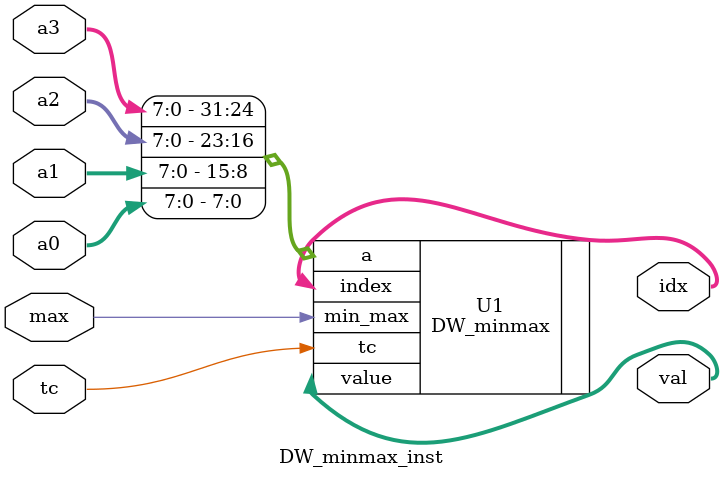
<source format=v>
module DW_minmax_inst (a0, a1, a2, a3, tc, max, val, idx);

  parameter wordlength = 8;

  input  [wordlength-1 : 0] a0, a1, a2, a3;
  input  tc, max;
  output [wordlength-1 : 0] val;
  output [1 : 0] idx;

  // instantiation of DW_minmax
  // inputs are concatenated into the input vector
  DW_minmax #(wordlength, 4) 
    U1 (.a({a3, a2, a1, a0}), .tc(tc), .min_max(max), 
        .value(val), .index(idx));

endmodule


</source>
